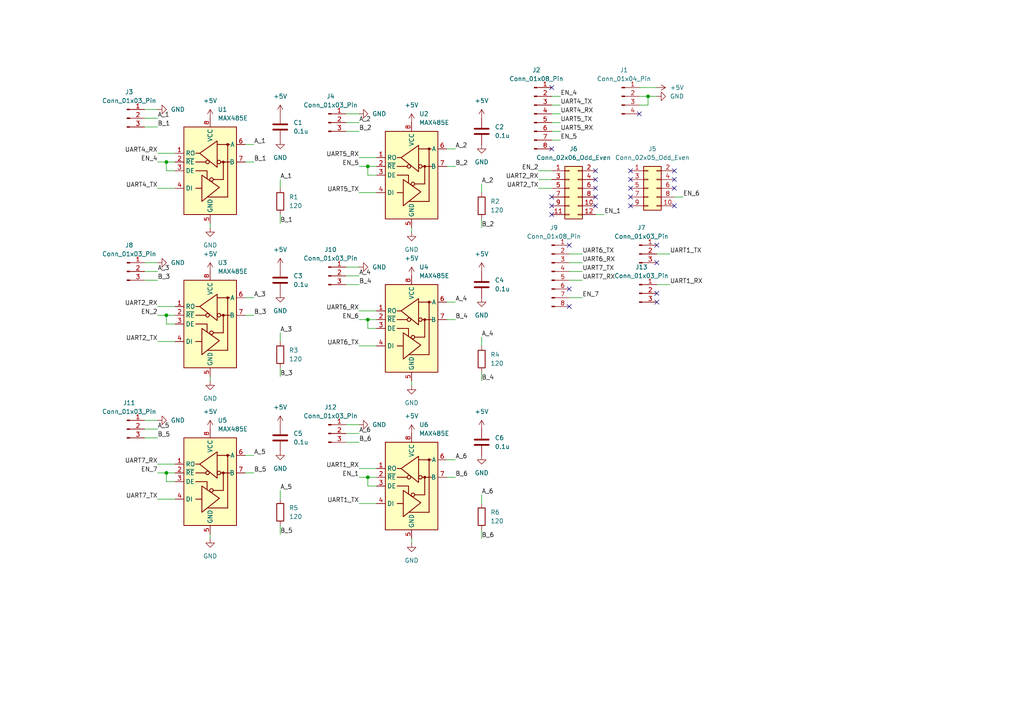
<source format=kicad_sch>
(kicad_sch (version 20231120) (generator "eeschema") (generator_version "8.0")
  (paper "A4")
  (lib_symbols
    (symbol "Connector:Conn_01x03_Pin" (pin_names (offset 1.016) hide)
      (property "Reference" "J" (at 0 5.08 0))
      (property "Value" "Conn_01x03_Pin" (at 0 -5.08 0))
      (symbol "Conn_01x03_Pin_1_1"
        (polyline (pts (xy 1.27 -2.54) (xy 0.8636 -2.54)) (stroke (width 0.1524)))
        (polyline (pts (xy 1.27 0) (xy 0.8636 0)) (stroke (width 0.1524)))
        (polyline (pts (xy 1.27 2.54) (xy 0.8636 2.54)) (stroke (width 0.1524)))
        (rectangle (start 0.8636 -2.413) (end 0 -2.667) (stroke (width 0.1524)) (fill (type outline)))
        (rectangle (start 0.8636 0.127) (end 0 -0.127) (stroke (width 0.1524)) (fill (type outline)))
        (rectangle (start 0.8636 2.667) (end 0 2.413) (stroke (width 0.1524)) (fill (type outline)))
        (pin passive line (at 5.08 2.54 180) (length 3.81) (name "Pin_1") (number "1"))
        (pin passive line (at 5.08 0 180) (length 3.81) (name "Pin_2") (number "2"))
        (pin passive line (at 5.08 -2.54 180) (length 3.81) (name "Pin_3") (number "3"))
      )
    )
    (symbol "Connector:Conn_01x04_Pin" (pin_names (offset 1.016) hide)
      (property "Reference" "J" (at 0 5.08 0))
      (property "Value" "Conn_01x04_Pin" (at 0 -7.62 0))
      (symbol "Conn_01x04_Pin_1_1"
        (polyline (pts (xy 1.27 -5.08) (xy 0.8636 -5.08)) (stroke (width 0.1524)))
        (polyline (pts (xy 1.27 -2.54) (xy 0.8636 -2.54)) (stroke (width 0.1524)))
        (polyline (pts (xy 1.27 0) (xy 0.8636 0)) (stroke (width 0.1524)))
        (polyline (pts (xy 1.27 2.54) (xy 0.8636 2.54)) (stroke (width 0.1524)))
        (rectangle (start 0.8636 -4.953) (end 0 -5.207) (stroke (width 0.1524)) (fill (type outline)))
        (rectangle (start 0.8636 -2.413) (end 0 -2.667) (stroke (width 0.1524)) (fill (type outline)))
        (rectangle (start 0.8636 0.127) (end 0 -0.127) (stroke (width 0.1524)) (fill (type outline)))
        (rectangle (start 0.8636 2.667) (end 0 2.413) (stroke (width 0.1524)) (fill (type outline)))
        (pin passive line (at 5.08 2.54 180) (length 3.81) (name "Pin_1") (number "1"))
        (pin passive line (at 5.08 0 180) (length 3.81) (name "Pin_2") (number "2"))
        (pin passive line (at 5.08 -2.54 180) (length 3.81) (name "Pin_3") (number "3"))
        (pin passive line (at 5.08 -5.08 180) (length 3.81) (name "Pin_4") (number "4"))
      )
    )
    (symbol "Connector:Conn_01x08_Pin" (pin_names (offset 1.016) hide)
      (property "Reference" "J" (at 0 10.16 0))
      (property "Value" "Conn_01x08_Pin" (at 0 -12.7 0))
      (symbol "Conn_01x08_Pin_1_1"
        (polyline (pts (xy 1.27 -10.16) (xy 0.8636 -10.16)) (stroke (width 0.1524)))
        (polyline (pts (xy 1.27 -7.62) (xy 0.8636 -7.62)) (stroke (width 0.1524)))
        (polyline (pts (xy 1.27 -5.08) (xy 0.8636 -5.08)) (stroke (width 0.1524)))
        (polyline (pts (xy 1.27 -2.54) (xy 0.8636 -2.54)) (stroke (width 0.1524)))
        (polyline (pts (xy 1.27 0) (xy 0.8636 0)) (stroke (width 0.1524)))
        (polyline (pts (xy 1.27 2.54) (xy 0.8636 2.54)) (stroke (width 0.1524)))
        (polyline (pts (xy 1.27 5.08) (xy 0.8636 5.08)) (stroke (width 0.1524)))
        (polyline (pts (xy 1.27 7.62) (xy 0.8636 7.62)) (stroke (width 0.1524)))
        (rectangle (start 0.8636 -10.033) (end 0 -10.287) (stroke (width 0.1524)) (fill (type outline)))
        (rectangle (start 0.8636 -7.493) (end 0 -7.747) (stroke (width 0.1524)) (fill (type outline)))
        (rectangle (start 0.8636 -4.953) (end 0 -5.207) (stroke (width 0.1524)) (fill (type outline)))
        (rectangle (start 0.8636 -2.413) (end 0 -2.667) (stroke (width 0.1524)) (fill (type outline)))
        (rectangle (start 0.8636 0.127) (end 0 -0.127) (stroke (width 0.1524)) (fill (type outline)))
        (rectangle (start 0.8636 2.667) (end 0 2.413) (stroke (width 0.1524)) (fill (type outline)))
        (rectangle (start 0.8636 5.207) (end 0 4.953) (stroke (width 0.1524)) (fill (type outline)))
        (rectangle (start 0.8636 7.747) (end 0 7.493) (stroke (width 0.1524)) (fill (type outline)))
        (pin passive line (at 5.08 7.62 180) (length 3.81) (name "Pin_1") (number "1"))
        (pin passive line (at 5.08 5.08 180) (length 3.81) (name "Pin_2") (number "2"))
        (pin passive line (at 5.08 2.54 180) (length 3.81) (name "Pin_3") (number "3"))
        (pin passive line (at 5.08 0 180) (length 3.81) (name "Pin_4") (number "4"))
        (pin passive line (at 5.08 -2.54 180) (length 3.81) (name "Pin_5") (number "5"))
        (pin passive line (at 5.08 -5.08 180) (length 3.81) (name "Pin_6") (number "6"))
        (pin passive line (at 5.08 -7.62 180) (length 3.81) (name "Pin_7") (number "7"))
        (pin passive line (at 5.08 -10.16 180) (length 3.81) (name "Pin_8") (number "8"))
      )
    )
    (symbol "Connector_Generic:Conn_02x05_Odd_Even" (pin_names (offset 1.016) hide)
      (property "Reference" "J" (at 1.27 7.62 0))
      (property "Value" "Conn_02x05_Odd_Even" (at 1.27 -7.62 0))
      (symbol "Conn_02x05_Odd_Even_1_1"
        (rectangle (start -1.27 -4.953) (end 0 -5.207) (stroke (width 0.1524)))
        (rectangle (start -1.27 -2.413) (end 0 -2.667) (stroke (width 0.1524)))
        (rectangle (start -1.27 0.127) (end 0 -0.127) (stroke (width 0.1524)))
        (rectangle (start -1.27 2.667) (end 0 2.413) (stroke (width 0.1524)))
        (rectangle (start -1.27 5.207) (end 0 4.953) (stroke (width 0.1524)))
        (rectangle (start -1.27 6.35) (end 3.81 -6.35) (stroke (width 0.254)) (fill (type background)))
        (rectangle (start 3.81 -4.953) (end 2.54 -5.207) (stroke (width 0.1524)))
        (rectangle (start 3.81 -2.413) (end 2.54 -2.667) (stroke (width 0.1524)))
        (rectangle (start 3.81 0.127) (end 2.54 -0.127) (stroke (width 0.1524)))
        (rectangle (start 3.81 2.667) (end 2.54 2.413) (stroke (width 0.1524)))
        (rectangle (start 3.81 5.207) (end 2.54 4.953) (stroke (width 0.1524)))
        (pin passive line (at -5.08 5.08 0) (length 3.81) (name "Pin_1") (number "1"))
        (pin passive line (at 7.62 -5.08 180) (length 3.81) (name "Pin_10") (number "10"))
        (pin passive line (at 7.62 5.08 180) (length 3.81) (name "Pin_2") (number "2"))
        (pin passive line (at -5.08 2.54 0) (length 3.81) (name "Pin_3") (number "3"))
        (pin passive line (at 7.62 2.54 180) (length 3.81) (name "Pin_4") (number "4"))
        (pin passive line (at -5.08 0 0) (length 3.81) (name "Pin_5") (number "5"))
        (pin passive line (at 7.62 0 180) (length 3.81) (name "Pin_6") (number "6"))
        (pin passive line (at -5.08 -2.54 0) (length 3.81) (name "Pin_7") (number "7"))
        (pin passive line (at 7.62 -2.54 180) (length 3.81) (name "Pin_8") (number "8"))
        (pin passive line (at -5.08 -5.08 0) (length 3.81) (name "Pin_9") (number "9"))
      )
    )
    (symbol "Connector_Generic:Conn_02x06_Odd_Even" (pin_names (offset 1.016) hide)
      (property "Reference" "J" (at 1.27 7.62 0))
      (property "Value" "Conn_02x06_Odd_Even" (at 1.27 -10.16 0))
      (symbol "Conn_02x06_Odd_Even_1_1"
        (rectangle (start -1.27 -7.493) (end 0 -7.747) (stroke (width 0.1524)))
        (rectangle (start -1.27 -4.953) (end 0 -5.207) (stroke (width 0.1524)))
        (rectangle (start -1.27 -2.413) (end 0 -2.667) (stroke (width 0.1524)))
        (rectangle (start -1.27 0.127) (end 0 -0.127) (stroke (width 0.1524)))
        (rectangle (start -1.27 2.667) (end 0 2.413) (stroke (width 0.1524)))
        (rectangle (start -1.27 5.207) (end 0 4.953) (stroke (width 0.1524)))
        (rectangle (start -1.27 6.35) (end 3.81 -8.89) (stroke (width 0.254)) (fill (type background)))
        (rectangle (start 3.81 -7.493) (end 2.54 -7.747) (stroke (width 0.1524)))
        (rectangle (start 3.81 -4.953) (end 2.54 -5.207) (stroke (width 0.1524)))
        (rectangle (start 3.81 -2.413) (end 2.54 -2.667) (stroke (width 0.1524)))
        (rectangle (start 3.81 0.127) (end 2.54 -0.127) (stroke (width 0.1524)))
        (rectangle (start 3.81 2.667) (end 2.54 2.413) (stroke (width 0.1524)))
        (rectangle (start 3.81 5.207) (end 2.54 4.953) (stroke (width 0.1524)))
        (pin passive line (at -5.08 5.08 0) (length 3.81) (name "Pin_1") (number "1"))
        (pin passive line (at 7.62 -5.08 180) (length 3.81) (name "Pin_10") (number "10"))
        (pin passive line (at -5.08 -7.62 0) (length 3.81) (name "Pin_11") (number "11"))
        (pin passive line (at 7.62 -7.62 180) (length 3.81) (name "Pin_12") (number "12"))
        (pin passive line (at 7.62 5.08 180) (length 3.81) (name "Pin_2") (number "2"))
        (pin passive line (at -5.08 2.54 0) (length 3.81) (name "Pin_3") (number "3"))
        (pin passive line (at 7.62 2.54 180) (length 3.81) (name "Pin_4") (number "4"))
        (pin passive line (at -5.08 0 0) (length 3.81) (name "Pin_5") (number "5"))
        (pin passive line (at 7.62 0 180) (length 3.81) (name "Pin_6") (number "6"))
        (pin passive line (at -5.08 -2.54 0) (length 3.81) (name "Pin_7") (number "7"))
        (pin passive line (at 7.62 -2.54 180) (length 3.81) (name "Pin_8") (number "8"))
        (pin passive line (at -5.08 -5.08 0) (length 3.81) (name "Pin_9") (number "9"))
      )
    )
    (symbol "Device:C" (pin_numbers hide) (pin_names (offset 0.254))
      (property "Reference" "C" (at 0.635 2.54 0))
      (property "Value" "C" (at 0.635 -2.54 0))
      (symbol "C_0_1"
        (polyline (pts (xy -2.032 -0.762) (xy 2.032 -0.762)) (stroke (width 0.508)))
        (polyline (pts (xy -2.032 0.762) (xy 2.032 0.762)) (stroke (width 0.508)))
      )
      (symbol "C_1_1"
        (pin passive line (at 0 3.81 270) (length 2.794) (name "~") (number "1"))
        (pin passive line (at 0 -3.81 90) (length 2.794) (name "~") (number "2"))
      )
    )
    (symbol "Device:R" (pin_numbers hide) (pin_names (offset 0))
      (property "Reference" "R" (at 2.032 0 90))
      (property "Value" "R" (at 0 0 90))
      (symbol "R_0_1"
        (rectangle (start -1.016 -2.54) (end 1.016 2.54) (stroke (width 0.254)))
      )
      (symbol "R_1_1"
        (pin passive line (at 0 3.81 270) (length 1.27) (name "~") (number "1"))
        (pin passive line (at 0 -3.81 90) (length 1.27) (name "~") (number "2"))
      )
    )
    (symbol "Interface_UART:MAX485E"
      (property "Reference" "U" (at -6.985 13.97 0))
      (property "Value" "MAX485E" (at 1.905 13.97 0))
      (symbol "MAX485E_0_1"
        (rectangle (start -7.62 12.7) (end 7.62 -12.7) (stroke (width 0.254)) (fill (type background)))
        (polyline (pts (xy -4.191 2.54) (xy -1.27 2.54)) (stroke (width 0.254)))
        (polyline (pts (xy -2.54 -5.08) (xy -4.191 -5.08)) (stroke (width 0.254)))
        (polyline (pts (xy -0.635 -7.62) (xy 5.08 -7.62)) (stroke (width 0.254)))
        (polyline (pts (xy 0.889 -2.54) (xy 3.81 -2.54)) (stroke (width 0.254)))
        (polyline (pts (xy 2.032 7.62) (xy 5.715 7.62)) (stroke (width 0.254)))
        (polyline (pts (xy 3.048 2.54) (xy 5.715 2.54)) (stroke (width 0.254)))
        (polyline (pts (xy 3.81 -2.54) (xy 3.81 2.54)) (stroke (width 0.254)))
        (polyline (pts (xy 5.08 -7.62) (xy 5.08 7.62)) (stroke (width 0.254)))
        (polyline (pts (xy -4.191 0) (xy -0.889 0) (xy -0.889 -2.286)) (stroke (width 0.254)))
        (polyline (pts (xy -3.175 5.08) (xy -4.191 5.08) (xy -4.064 5.08)) (stroke (width 0.254)))
        (polyline (pts (xy -2.413 -5.08) (xy -2.413 -1.27) (xy 2.667 -4.826) (xy -2.413 -8.89) (xy -2.413 -5.08)) (stroke (width 0.254)))
        (circle (center 0.381 -2.54) (radius 0.508) (stroke (width 0.254)))
        (circle (center 3.81 2.54) (radius 0.2794) (stroke (width 0.254)) (fill (type outline)))
      )
      (symbol "MAX485E_1_1"
        (circle (center -0.762 2.54) (radius 0.508) (stroke (width 0.254)))
        (polyline (pts (xy 2.032 4.826) (xy 2.032 8.636) (xy -3.048 5.08) (xy 2.032 1.016) (xy 2.032 4.826)) (stroke (width 0.254)))
        (circle (center 2.54 2.54) (radius 0.508) (stroke (width 0.254)))
        (circle (center 5.08 7.62) (radius 0.2794) (stroke (width 0.254)) (fill (type outline)))
        (pin output line (at -10.16 5.08 0) (length 2.54) (name "RO") (number "1"))
        (pin input line (at -10.16 2.54 0) (length 2.54) (name "~{RE}") (number "2"))
        (pin input line (at -10.16 0 0) (length 2.54) (name "DE") (number "3"))
        (pin input line (at -10.16 -5.08 0) (length 2.54) (name "DI") (number "4"))
        (pin power_in line (at 0 -15.24 90) (length 2.54) (name "GND") (number "5"))
        (pin bidirectional line (at 10.16 7.62 180) (length 2.54) (name "A") (number "6"))
        (pin bidirectional line (at 10.16 2.54 180) (length 2.54) (name "B") (number "7"))
        (pin power_in line (at 0 15.24 270) (length 2.54) (name "VCC") (number "8"))
      )
    )
    (symbol "power:+5V" (power) (pin_numbers hide) (pin_names (offset 0) hide)
      (property "Value" "+5V" (at 0 3.556 0))
      (symbol "+5V_0_1"
        (polyline (pts (xy -0.762 1.27) (xy 0 2.54)))
        (polyline (pts (xy 0 0) (xy 0 2.54)))
        (polyline (pts (xy 0 2.54) (xy 0.762 1.27)))
      )
      (symbol "+5V_1_1"
        (pin power_in line (at 0 0 90) (length 0) (name "~") (number "1"))
      )
    )
    (symbol "power:GND" (power) (pin_numbers hide) (pin_names (offset 0) hide)
      (property "Value" "GND" (at 0 -3.81 0))
      (symbol "GND_0_1"
        (polyline (pts (xy 0 0) (xy 0 -1.27) (xy 1.27 -1.27) (xy 0 -2.54) (xy -1.27 -1.27) (xy 0 -1.27)))
      )
      (symbol "GND_1_1"
        (pin power_in line (at 0 0 270) (length 0) (name "~") (number "1"))
      )
    )
  )
  (junction (at 106.68 48.26))
  (junction (at 48.26 137.16))
  (junction (at 187.96 27.94))
  (junction (at 48.26 46.99))
  (junction (at 106.68 138.43))
  (junction (at 106.68 92.71))
  (junction (at 48.26 91.44))
  (no_connect (at 182.88 59.69))
  (no_connect (at 160.02 57.15))
  (no_connect (at 160.02 25.4))
  (no_connect (at 172.72 54.61))
  (no_connect (at 195.58 54.61))
  (no_connect (at 195.58 59.69))
  (no_connect (at 160.02 59.69))
  (no_connect (at 195.58 49.53))
  (no_connect (at 182.88 52.07))
  (no_connect (at 172.72 59.69))
  (no_connect (at 190.5 76.2))
  (no_connect (at 160.02 62.23))
  (no_connect (at 195.58 52.07))
  (no_connect (at 182.88 54.61))
  (no_connect (at 190.5 71.12))
  (no_connect (at 165.1 83.82))
  (no_connect (at 185.42 33.02))
  (no_connect (at 172.72 52.07))
  (no_connect (at 182.88 57.15))
  (no_connect (at 172.72 57.15))
  (no_connect (at 190.5 85.09))
  (no_connect (at 165.1 71.12))
  (no_connect (at 190.5 87.63))
  (no_connect (at 165.1 88.9))
  (no_connect (at 172.72 49.53))
  (no_connect (at 160.02 43.18))
  (no_connect (at 182.88 49.53))
  (wire (pts (xy 139.7 63.5) (xy 139.7 66.04)))
  (wire (pts (xy 45.72 137.16) (xy 48.26 137.16)))
  (wire (pts (xy 160.02 30.48) (xy 162.56 30.48)))
  (wire (pts (xy 156.21 54.61) (xy 160.02 54.61)))
  (wire (pts (xy 60.96 154.94) (xy 60.96 156.21)))
  (wire (pts (xy 104.14 45.72) (xy 109.22 45.72)))
  (wire (pts (xy 48.26 46.99) (xy 50.8 46.99)))
  (wire (pts (xy 41.91 31.75) (xy 45.72 31.75)))
  (wire (pts (xy 100.33 128.27) (xy 104.14 128.27)))
  (wire (pts (xy 109.22 95.25) (xy 106.68 95.25)))
  (wire (pts (xy 45.72 88.9) (xy 50.8 88.9)))
  (wire (pts (xy 165.1 81.28) (xy 168.91 81.28)))
  (wire (pts (xy 165.1 73.66) (xy 168.91 73.66)))
  (wire (pts (xy 71.12 86.36) (xy 73.66 86.36)))
  (wire (pts (xy 45.72 144.78) (xy 50.8 144.78)))
  (wire (pts (xy 139.7 153.67) (xy 139.7 156.21)))
  (wire (pts (xy 48.26 93.98) (xy 48.26 91.44)))
  (wire (pts (xy 129.54 138.43) (xy 132.08 138.43)))
  (wire (pts (xy 48.26 91.44) (xy 50.8 91.44)))
  (wire (pts (xy 100.33 82.55) (xy 104.14 82.55)))
  (wire (pts (xy 190.5 73.66) (xy 194.31 73.66)))
  (wire (pts (xy 45.72 46.99) (xy 48.26 46.99)))
  (wire (pts (xy 100.33 77.47) (xy 104.14 77.47)))
  (wire (pts (xy 41.91 124.46) (xy 45.72 124.46)))
  (wire (pts (xy 45.72 99.06) (xy 50.8 99.06)))
  (wire (pts (xy 106.68 50.8) (xy 106.68 48.26)))
  (wire (pts (xy 160.02 35.56) (xy 162.56 35.56)))
  (wire (pts (xy 41.91 78.74) (xy 45.72 78.74)))
  (wire (pts (xy 139.7 97.79) (xy 139.7 100.33)))
  (wire (pts (xy 71.12 91.44) (xy 73.66 91.44)))
  (wire (pts (xy 81.28 152.4) (xy 81.28 154.94)))
  (wire (pts (xy 119.38 156.21) (xy 119.38 157.48)))
  (wire (pts (xy 139.7 143.51) (xy 139.7 146.05)))
  (wire (pts (xy 119.38 66.04) (xy 119.38 67.31)))
  (wire (pts (xy 104.14 100.33) (xy 109.22 100.33)))
  (wire (pts (xy 81.28 96.52) (xy 81.28 99.06)))
  (wire (pts (xy 41.91 121.92) (xy 45.72 121.92)))
  (wire (pts (xy 41.91 34.29) (xy 45.72 34.29)))
  (wire (pts (xy 71.12 137.16) (xy 73.66 137.16)))
  (wire (pts (xy 104.14 92.71) (xy 106.68 92.71)))
  (wire (pts (xy 190.5 82.55) (xy 194.31 82.55)))
  (wire (pts (xy 129.54 92.71) (xy 132.08 92.71)))
  (wire (pts (xy 195.58 57.15) (xy 198.12 57.15)))
  (wire (pts (xy 185.42 25.4) (xy 190.5 25.4)))
  (wire (pts (xy 160.02 33.02) (xy 162.56 33.02)))
  (wire (pts (xy 60.96 109.22) (xy 60.96 110.49)))
  (wire (pts (xy 109.22 140.97) (xy 106.68 140.97)))
  (wire (pts (xy 129.54 133.35) (xy 132.08 133.35)))
  (wire (pts (xy 106.68 92.71) (xy 109.22 92.71)))
  (wire (pts (xy 104.14 135.89) (xy 109.22 135.89)))
  (wire (pts (xy 106.68 138.43) (xy 109.22 138.43)))
  (wire (pts (xy 104.14 48.26) (xy 106.68 48.26)))
  (wire (pts (xy 106.68 95.25) (xy 106.68 92.71)))
  (wire (pts (xy 119.38 110.49) (xy 119.38 111.76)))
  (wire (pts (xy 81.28 142.24) (xy 81.28 144.78)))
  (wire (pts (xy 41.91 36.83) (xy 45.72 36.83)))
  (wire (pts (xy 81.28 52.07) (xy 81.28 54.61)))
  (wire (pts (xy 156.21 52.07) (xy 160.02 52.07)))
  (wire (pts (xy 160.02 40.64) (xy 162.56 40.64)))
  (wire (pts (xy 50.8 93.98) (xy 48.26 93.98)))
  (wire (pts (xy 50.8 139.7) (xy 48.26 139.7)))
  (wire (pts (xy 100.33 35.56) (xy 104.14 35.56)))
  (wire (pts (xy 165.1 78.74) (xy 168.91 78.74)))
  (wire (pts (xy 104.14 138.43) (xy 106.68 138.43)))
  (wire (pts (xy 41.91 127) (xy 45.72 127)))
  (wire (pts (xy 45.72 134.62) (xy 50.8 134.62)))
  (wire (pts (xy 60.96 64.77) (xy 60.96 66.04)))
  (wire (pts (xy 45.72 91.44) (xy 48.26 91.44)))
  (wire (pts (xy 41.91 81.28) (xy 45.72 81.28)))
  (wire (pts (xy 48.26 139.7) (xy 48.26 137.16)))
  (wire (pts (xy 45.72 54.61) (xy 50.8 54.61)))
  (wire (pts (xy 165.1 86.36) (xy 168.91 86.36)))
  (wire (pts (xy 129.54 87.63) (xy 132.08 87.63)))
  (wire (pts (xy 100.33 125.73) (xy 104.14 125.73)))
  (wire (pts (xy 48.26 49.53) (xy 48.26 46.99)))
  (wire (pts (xy 100.33 80.01) (xy 104.14 80.01)))
  (wire (pts (xy 48.26 137.16) (xy 50.8 137.16)))
  (wire (pts (xy 185.42 30.48) (xy 187.96 30.48)))
  (wire (pts (xy 71.12 46.99) (xy 73.66 46.99)))
  (wire (pts (xy 81.28 62.23) (xy 81.28 64.77)))
  (wire (pts (xy 129.54 43.18) (xy 132.08 43.18)))
  (wire (pts (xy 109.22 50.8) (xy 106.68 50.8)))
  (wire (pts (xy 160.02 27.94) (xy 162.56 27.94)))
  (wire (pts (xy 71.12 132.08) (xy 73.66 132.08)))
  (wire (pts (xy 129.54 48.26) (xy 132.08 48.26)))
  (wire (pts (xy 104.14 90.17) (xy 109.22 90.17)))
  (wire (pts (xy 172.72 62.23) (xy 175.26 62.23)))
  (wire (pts (xy 104.14 146.05) (xy 109.22 146.05)))
  (wire (pts (xy 71.12 41.91) (xy 73.66 41.91)))
  (wire (pts (xy 106.68 48.26) (xy 109.22 48.26)))
  (wire (pts (xy 187.96 30.48) (xy 187.96 27.94)))
  (wire (pts (xy 41.91 76.2) (xy 45.72 76.2)))
  (wire (pts (xy 81.28 106.68) (xy 81.28 109.22)))
  (wire (pts (xy 139.7 53.34) (xy 139.7 55.88)))
  (wire (pts (xy 187.96 27.94) (xy 190.5 27.94)))
  (wire (pts (xy 104.14 55.88) (xy 109.22 55.88)))
  (wire (pts (xy 100.33 33.02) (xy 104.14 33.02)))
  (wire (pts (xy 160.02 38.1) (xy 162.56 38.1)))
  (wire (pts (xy 165.1 76.2) (xy 168.91 76.2)))
  (wire (pts (xy 50.8 49.53) (xy 48.26 49.53)))
  (wire (pts (xy 139.7 107.95) (xy 139.7 110.49)))
  (wire (pts (xy 45.72 44.45) (xy 50.8 44.45)))
  (wire (pts (xy 106.68 140.97) (xy 106.68 138.43)))
  (wire (pts (xy 156.21 49.53) (xy 160.02 49.53)))
  (wire (pts (xy 100.33 38.1) (xy 104.14 38.1)))
  (wire (pts (xy 185.42 27.94) (xy 187.96 27.94)))
  (wire (pts (xy 100.33 123.19) (xy 104.14 123.19)))
  (label "A_1" (at 81.28 52.07 0))
  (label "B_4" (at 139.7 110.49 0))
  (label "EN_7" (at 168.91 86.36 0))
  (label "A_3" (at 81.28 96.52 0))
  (label "A_2" (at 132.08 43.18 0))
  (label "UART5_TX" (at 162.56 35.56 0))
  (label "B_1" (at 81.28 64.77 0))
  (label "B_5" (at 81.28 154.94 0))
  (label "UART5_TX" (at 104.14 55.88 180))
  (label "B_2" (at 132.08 48.26 0))
  (label "A_3" (at 73.66 86.36 0))
  (label "UART5_RX" (at 162.56 38.1 0))
  (label "B_4" (at 104.14 82.55 0))
  (label "UART1_RX" (at 104.14 135.89 180))
  (label "EN_2" (at 156.21 49.53 180))
  (label "A_4" (at 132.08 87.63 0))
  (label "A_6" (at 132.08 133.35 0))
  (label "A_3" (at 45.72 78.74 0))
  (label "UART2_RX" (at 45.72 88.9 180))
  (label "A_5" (at 45.72 124.46 0))
  (label "A_1" (at 73.66 41.91 0))
  (label "A_6" (at 104.14 125.73 0))
  (label "A_5" (at 81.28 142.24 0))
  (label "B_1" (at 45.72 36.83 0))
  (label "EN_2" (at 45.72 91.44 180))
  (label "UART6_TX" (at 168.91 73.66 0))
  (label "UART2_TX" (at 156.21 54.61 180))
  (label "EN_1" (at 175.26 62.23 0))
  (label "A_5" (at 73.66 132.08 0))
  (label "UART4_TX" (at 162.56 30.48 0))
  (label "UART7_TX" (at 45.72 144.78 180))
  (label "B_3" (at 73.66 91.44 0))
  (label "UART1_TX" (at 104.14 146.05 180))
  (label "UART2_RX" (at 156.21 52.07 180))
  (label "A_1" (at 45.72 34.29 0))
  (label "EN_7" (at 45.72 137.16 180))
  (label "EN_1" (at 104.14 138.43 180))
  (label "UART2_TX" (at 45.72 99.06 180))
  (label "B_3" (at 45.72 81.28 0))
  (label "B_2" (at 139.7 66.04 0))
  (label "A_4" (at 104.14 80.01 0))
  (label "B_6" (at 139.7 156.21 0))
  (label "UART7_RX" (at 168.91 81.28 0))
  (label "EN_4" (at 45.72 46.99 180))
  (label "B_1" (at 73.66 46.99 0))
  (label "UART6_RX" (at 168.91 76.2 0))
  (label "UART6_TX" (at 104.14 100.33 180))
  (label "EN_5" (at 162.56 40.64 0))
  (label "A_6" (at 139.7 143.51 0))
  (label "UART4_RX" (at 45.72 44.45 180))
  (label "UART5_RX" (at 104.14 45.72 180))
  (label "B_6" (at 104.14 128.27 0))
  (label "EN_6" (at 198.12 57.15 0))
  (label "B_5" (at 45.72 127 0))
  (label "B_4" (at 132.08 92.71 0))
  (label "A_2" (at 139.7 53.34 0))
  (label "UART7_TX" (at 168.91 78.74 0))
  (label "B_3" (at 81.28 109.22 0))
  (label "B_2" (at 104.14 38.1 0))
  (label "EN_5" (at 104.14 48.26 180))
  (label "UART1_RX" (at 194.31 82.55 0))
  (label "EN_4" (at 162.56 27.94 0))
  (label "A_2" (at 104.14 35.56 0))
  (label "UART7_RX" (at 45.72 134.62 180))
  (label "UART6_RX" (at 104.14 90.17 180))
  (label "UART4_RX" (at 162.56 33.02 0))
  (label "UART1_TX" (at 194.31 73.66 0))
  (label "B_5" (at 73.66 137.16 0))
  (label "A_4" (at 139.7 97.79 0))
  (label "EN_6" (at 104.14 92.71 180))
  (label "UART4_TX" (at 45.72 54.61 180))
  (label "B_6" (at 132.08 138.43 0))
  (symbol (lib_id "power:GND") (at 60.96 156.21 0) (unit 1)
    (property "Reference" "#PWR32" (effects (hide yes)))
    (property "Value" "GND" (at 60.96 161.29 0))
    (property "Description" "Power symbol creates a global label with name \"GND\" , ground" (effects (hide yes)))
  )
  (symbol (lib_id "Device:R") (at 139.7 59.69 0) (unit 1)
    (property "Reference" "R2" (at 142.24 58.4199 0) (effects (justify left)))
    (property "Value" "120" (at 142.24 60.9599 0) (effects (justify left)))
    (property "Footprint" "Resistor_THT:R_Axial_DIN0207_L6.3mm_D2.5mm_P7.62mm_Horizontal" (effects (hide yes)))
    (property "Description" "Resistor" (effects (hide yes)))
  )
  (symbol (lib_id "Connector:Conn_01x03_Pin") (at 95.25 80.01 0) (unit 1)
    (property "Reference" "J10" (at 95.885 72.39 0))
    (property "Value" "Conn_01x03_Pin" (at 95.885 74.93 0))
    (property "Footprint" "Connector_JST:JST_XH_B3B-XH-AM_1x03_P2.50mm_Vertical" (effects (hide yes)))
    (property "Description" "Generic connector, single row, 01x03, script generated" (effects (hide yes)))
  )
  (symbol (lib_id "Connector:Conn_01x03_Pin") (at 185.42 85.09 0) (unit 1)
    (property "Reference" "J13" (at 186.055 77.47 0))
    (property "Value" "Conn_01x03_Pin" (at 186.055 80.01 0))
    (property "Footprint" "Connector_PinSocket_2.54mm:PinSocket_1x03_P2.54mm_Vertical" (effects (hide yes)))
    (property "Description" "Generic connector, single row, 01x03, script generated" (effects (hide yes)))
  )
  (symbol (lib_id "Connector:Conn_01x03_Pin") (at 36.83 124.46 0) (unit 1)
    (property "Reference" "J11" (at 37.465 116.84 0))
    (property "Value" "Conn_01x03_Pin" (at 37.465 119.38 0))
    (property "Footprint" "Connector_JST:JST_XH_B3B-XH-AM_1x03_P2.50mm_Vertical" (effects (hide yes)))
    (property "Description" "Generic connector, single row, 01x03, script generated" (effects (hide yes)))
  )
  (symbol (lib_id "power:GND") (at 81.28 40.64 0) (unit 1)
    (property "Reference" "#PWR9" (effects (hide yes)))
    (property "Value" "GND" (at 81.28 45.72 0))
    (property "Description" "Power symbol creates a global label with name \"GND\" , ground" (effects (hide yes)))
  )
  (symbol (lib_id "power:GND") (at 139.7 132.08 0) (unit 1)
    (property "Reference" "#PWR31" (effects (hide yes)))
    (property "Value" "GND" (at 139.7 137.16 0))
    (property "Description" "Power symbol creates a global label with name \"GND\" , ground" (effects (hide yes)))
  )
  (symbol (lib_id "power:+5V") (at 60.96 124.46 0) (unit 1)
    (property "Reference" "#PWR27" (effects (hide yes)))
    (property "Value" "+5V" (at 60.96 119.38 0))
    (property "Description" "Power symbol creates a global label with name \"+5V\"" (effects (hide yes)))
  )
  (symbol (lib_id "power:GND") (at 104.14 123.19 90) (unit 1)
    (property "Reference" "#PWR26" (effects (hide yes)))
    (property "Value" "GND" (at 107.95 123.1899 90) (effects (justify right)))
    (property "Description" "Power symbol creates a global label with name \"GND\" , ground" (effects (hide yes)))
  )
  (symbol (lib_id "power:+5V") (at 119.38 125.73 0) (unit 1)
    (property "Reference" "#PWR29" (effects (hide yes)))
    (property "Value" "+5V" (at 119.38 120.65 0))
    (property "Description" "Power symbol creates a global label with name \"+5V\"" (effects (hide yes)))
  )
  (symbol (lib_id "Device:R") (at 139.7 149.86 0) (unit 1)
    (property "Reference" "R6" (at 142.24 148.5899 0) (effects (justify left)))
    (property "Value" "120" (at 142.24 151.1299 0) (effects (justify left)))
    (property "Footprint" "Resistor_THT:R_Axial_DIN0207_L6.3mm_D2.5mm_P7.62mm_Horizontal" (effects (hide yes)))
    (property "Description" "Resistor" (effects (hide yes)))
  )
  (symbol (lib_id "Interface_UART:MAX485E") (at 60.96 93.98 0) (unit 1)
    (property "Reference" "U3" (at 63.1541 76.2 0) (effects (justify left)))
    (property "Value" "MAX485E" (at 63.1541 78.74 0) (effects (justify left)))
    (property "Footprint" "Package_DIP:DIP-8_W7.62mm" (effects (hide yes)))
    (property "Datasheet" "https://datasheets.maximintegrated.com/en/ds/MAX1487E-MAX491E.pdf" (effects (hide yes)))
    (property "Description" "Half duplex RS-485/RS-422, 2.5 Mbps, ±15kV electro-static discharge (ESD) protection, no slew-rate, no low-power shutdown, with receiver/driver enable, 32 receiver drive capability, DIP-8 and SOIC-8" (effects (hide yes)))
  )
  (symbol (lib_id "power:+5V") (at 60.96 34.29 0) (unit 1)
    (property "Reference" "#PWR6" (effects (hide yes)))
    (property "Value" "+5V" (at 60.96 29.21 0))
    (property "Description" "Power symbol creates a global label with name \"+5V\"" (effects (hide yes)))
  )
  (symbol (lib_id "Interface_UART:MAX485E") (at 119.38 50.8 0) (unit 1)
    (property "Reference" "U2" (at 121.5741 33.02 0) (effects (justify left)))
    (property "Value" "MAX485E" (at 121.5741 35.56 0) (effects (justify left)))
    (property "Footprint" "Package_DIP:DIP-8_W7.62mm" (effects (hide yes)))
    (property "Datasheet" "https://datasheets.maximintegrated.com/en/ds/MAX1487E-MAX491E.pdf" (effects (hide yes)))
    (property "Description" "Half duplex RS-485/RS-422, 2.5 Mbps, ±15kV electro-static discharge (ESD) protection, no slew-rate, no low-power shutdown, with receiver/driver enable, 32 receiver drive capability, DIP-8 and SOIC-8" (effects (hide yes)))
  )
  (symbol (lib_id "Device:R") (at 81.28 148.59 0) (unit 1)
    (property "Reference" "R5" (at 83.82 147.3199 0) (effects (justify left)))
    (property "Value" "120" (at 83.82 149.8599 0) (effects (justify left)))
    (property "Footprint" "Resistor_THT:R_Axial_DIN0207_L6.3mm_D2.5mm_P7.62mm_Horizontal" (effects (hide yes)))
    (property "Description" "Resistor" (effects (hide yes)))
  )
  (symbol (lib_id "Connector:Conn_01x03_Pin") (at 36.83 78.74 0) (unit 1)
    (property "Reference" "J8" (at 37.465 71.12 0))
    (property "Value" "Conn_01x03_Pin" (at 37.465 73.66 0))
    (property "Footprint" "Connector_JST:JST_XH_B3B-XH-AM_1x03_P2.50mm_Vertical" (effects (hide yes)))
    (property "Description" "Generic connector, single row, 01x03, script generated" (effects (hide yes)))
  )
  (symbol (lib_id "Interface_UART:MAX485E") (at 119.38 140.97 0) (unit 1)
    (property "Reference" "U6" (at 121.5741 123.19 0) (effects (justify left)))
    (property "Value" "MAX485E" (at 121.5741 125.73 0) (effects (justify left)))
    (property "Footprint" "Package_DIP:DIP-8_W7.62mm" (effects (hide yes)))
    (property "Datasheet" "https://datasheets.maximintegrated.com/en/ds/MAX1487E-MAX491E.pdf" (effects (hide yes)))
    (property "Description" "Half duplex RS-485/RS-422, 2.5 Mbps, ±15kV electro-static discharge (ESD) protection, no slew-rate, no low-power shutdown, with receiver/driver enable, 32 receiver drive capability, DIP-8 and SOIC-8" (effects (hide yes)))
  )
  (symbol (lib_id "power:GND") (at 104.14 33.02 90) (unit 1)
    (property "Reference" "#PWR5" (effects (hide yes)))
    (property "Value" "GND" (at 107.95 33.0199 90) (effects (justify right)))
    (property "Description" "Power symbol creates a global label with name \"GND\" , ground" (effects (hide yes)))
  )
  (symbol (lib_id "Device:R") (at 81.28 102.87 0) (unit 1)
    (property "Reference" "R3" (at 83.82 101.5999 0) (effects (justify left)))
    (property "Value" "120" (at 83.82 104.1399 0) (effects (justify left)))
    (property "Footprint" "Resistor_THT:R_Axial_DIN0207_L6.3mm_D2.5mm_P7.62mm_Horizontal" (effects (hide yes)))
    (property "Description" "Resistor" (effects (hide yes)))
  )
  (symbol (lib_id "Connector:Conn_01x03_Pin") (at 95.25 35.56 0) (unit 1)
    (property "Reference" "J4" (at 95.885 27.94 0))
    (property "Value" "Conn_01x03_Pin" (at 95.885 30.48 0))
    (property "Footprint" "Connector_JST:JST_XH_B3B-XH-AM_1x03_P2.50mm_Vertical" (effects (hide yes)))
    (property "Description" "Generic connector, single row, 01x03, script generated" (effects (hide yes)))
  )
  (symbol (lib_id "power:GND") (at 190.5 27.94 90) (unit 1)
    (property "Reference" "#PWR2" (effects (hide yes)))
    (property "Value" "GND" (at 194.31 27.9399 90) (effects (justify right)))
    (property "Description" "Power symbol creates a global label with name \"GND\" , ground" (effects (hide yes)))
  )
  (symbol (lib_id "Device:C") (at 81.28 127 0) (unit 1)
    (property "Reference" "C5" (at 85.09 125.7299 0) (effects (justify left)))
    (property "Value" "0.1u" (at 85.09 128.2699 0) (effects (justify left)))
    (property "Footprint" "Capacitor_THT:C_Disc_D3.0mm_W1.6mm_P2.50mm" (effects (hide yes)))
    (property "Description" "Unpolarized capacitor" (effects (hide yes)))
  )
  (symbol (lib_id "power:GND") (at 139.7 86.36 0) (unit 1)
    (property "Reference" "#PWR21" (effects (hide yes)))
    (property "Value" "GND" (at 139.7 91.44 0))
    (property "Description" "Power symbol creates a global label with name \"GND\" , ground" (effects (hide yes)))
  )
  (symbol (lib_id "power:GND") (at 81.28 85.09 0) (unit 1)
    (property "Reference" "#PWR20" (effects (hide yes)))
    (property "Value" "GND" (at 81.28 90.17 0))
    (property "Description" "Power symbol creates a global label with name \"GND\" , ground" (effects (hide yes)))
  )
  (symbol (lib_id "Connector:Conn_01x08_Pin") (at 154.94 33.02 0) (unit 1)
    (property "Reference" "J2" (at 155.575 20.32 0))
    (property "Value" "Conn_01x08_Pin" (at 155.575 22.86 0))
    (property "Footprint" "Connector_PinSocket_2.54mm:PinSocket_1x08_P2.54mm_Vertical" (effects (hide yes)))
    (property "Description" "Generic connector, single row, 01x08, script generated" (effects (hide yes)))
  )
  (symbol (lib_id "Connector:Conn_01x03_Pin") (at 36.83 34.29 0) (unit 1)
    (property "Reference" "J3" (at 37.465 26.67 0))
    (property "Value" "Conn_01x03_Pin" (at 37.465 29.21 0))
    (property "Footprint" "Connector_JST:JST_XH_B3B-XH-AM_1x03_P2.50mm_Vertical" (effects (hide yes)))
    (property "Description" "Generic connector, single row, 01x03, script generated" (effects (hide yes)))
  )
  (symbol (lib_id "power:GND") (at 45.72 31.75 90) (unit 1)
    (property "Reference" "#PWR3" (effects (hide yes)))
    (property "Value" "GND" (at 49.53 31.7499 90) (effects (justify right)))
    (property "Description" "Power symbol creates a global label with name \"GND\" , ground" (effects (hide yes)))
  )
  (symbol (lib_id "power:+5V") (at 139.7 78.74 0) (unit 1)
    (property "Reference" "#PWR17" (effects (hide yes)))
    (property "Value" "+5V" (at 139.7 73.66 0))
    (property "Description" "Power symbol creates a global label with name \"+5V\"" (effects (hide yes)))
  )
  (symbol (lib_id "Connector_Generic:Conn_02x05_Odd_Even") (at 187.96 54.61 0) (unit 1)
    (property "Reference" "J5" (at 189.23 43.18 0))
    (property "Value" "Conn_02x05_Odd_Even" (at 189.23 45.72 0))
    (property "Footprint" "Connector_PinSocket_2.54mm:PinSocket_2x05_P2.54mm_Vertical" (effects (hide yes)))
    (property "Description" "Generic connector, double row, 02x05, odd/even pin numbering scheme (row 1 odd numbers, row 2 even numbers), script generated (kicad-library-utils/schlib/autogen/connector/)" (effects (hide yes)))
  )
  (symbol (lib_id "power:GND") (at 119.38 157.48 0) (unit 1)
    (property "Reference" "#PWR33" (effects (hide yes)))
    (property "Value" "GND" (at 119.38 162.56 0))
    (property "Description" "Power symbol creates a global label with name \"GND\" , ground" (effects (hide yes)))
  )
  (symbol (lib_id "power:GND") (at 119.38 67.31 0) (unit 1)
    (property "Reference" "#PWR12" (effects (hide yes)))
    (property "Value" "GND" (at 119.38 72.39 0))
    (property "Description" "Power symbol creates a global label with name \"GND\" , ground" (effects (hide yes)))
  )
  (symbol (lib_id "power:+5V") (at 119.38 35.56 0) (unit 1)
    (property "Reference" "#PWR8" (effects (hide yes)))
    (property "Value" "+5V" (at 119.38 30.48 0))
    (property "Description" "Power symbol creates a global label with name \"+5V\"" (effects (hide yes)))
  )
  (symbol (lib_id "power:+5V") (at 139.7 124.46 0) (unit 1)
    (property "Reference" "#PWR28" (effects (hide yes)))
    (property "Value" "+5V" (at 139.7 119.38 0))
    (property "Description" "Power symbol creates a global label with name \"+5V\"" (effects (hide yes)))
  )
  (symbol (lib_id "power:GND") (at 45.72 76.2 90) (unit 1)
    (property "Reference" "#PWR13" (effects (hide yes)))
    (property "Value" "GND" (at 49.53 76.1999 90) (effects (justify right)))
    (property "Description" "Power symbol creates a global label with name \"GND\" , ground" (effects (hide yes)))
  )
  (symbol (lib_id "Device:C") (at 139.7 128.27 0) (unit 1)
    (property "Reference" "C6" (at 143.51 126.9999 0) (effects (justify left)))
    (property "Value" "0.1u" (at 143.51 129.5399 0) (effects (justify left)))
    (property "Footprint" "Capacitor_THT:C_Disc_D3.0mm_W1.6mm_P2.50mm" (effects (hide yes)))
    (property "Description" "Unpolarized capacitor" (effects (hide yes)))
  )
  (symbol (lib_id "Connector:Conn_01x04_Pin") (at 180.34 27.94 0) (unit 1)
    (property "Reference" "J1" (at 180.975 20.32 0))
    (property "Value" "Conn_01x04_Pin" (at 180.975 22.86 0))
    (property "Footprint" "Connector_PinSocket_2.54mm:PinSocket_1x04_P2.54mm_Vertical" (effects (hide yes)))
    (property "Description" "Generic connector, single row, 01x04, script generated" (effects (hide yes)))
  )
  (symbol (lib_id "power:+5V") (at 81.28 33.02 0) (unit 1)
    (property "Reference" "#PWR4" (effects (hide yes)))
    (property "Value" "+5V" (at 81.28 27.94 0))
    (property "Description" "Power symbol creates a global label with name \"+5V\"" (effects (hide yes)))
  )
  (symbol (lib_id "power:+5V") (at 119.38 80.01 0) (unit 1)
    (property "Reference" "#PWR18" (effects (hide yes)))
    (property "Value" "+5V" (at 119.38 74.93 0))
    (property "Description" "Power symbol creates a global label with name \"+5V\"" (effects (hide yes)))
  )
  (symbol (lib_id "Connector:Conn_01x08_Pin") (at 160.02 78.74 0) (unit 1)
    (property "Reference" "J9" (at 160.655 66.04 0))
    (property "Value" "Conn_01x08_Pin" (at 160.655 68.58 0))
    (property "Footprint" "Connector_PinSocket_2.54mm:PinSocket_1x08_P2.54mm_Vertical" (effects (hide yes)))
    (property "Description" "Generic connector, single row, 01x08, script generated" (effects (hide yes)))
  )
  (symbol (lib_id "Connector:Conn_01x03_Pin") (at 95.25 125.73 0) (unit 1)
    (property "Reference" "J12" (at 95.885 118.11 0))
    (property "Value" "Conn_01x03_Pin" (at 95.885 120.65 0))
    (property "Footprint" "Connector_JST:JST_XH_B3B-XH-AM_1x03_P2.50mm_Vertical" (effects (hide yes)))
    (property "Description" "Generic connector, single row, 01x03, script generated" (effects (hide yes)))
  )
  (symbol (lib_id "power:GND") (at 104.14 77.47 90) (unit 1)
    (property "Reference" "#PWR15" (effects (hide yes)))
    (property "Value" "GND" (at 107.95 77.4699 90) (effects (justify right)))
    (property "Description" "Power symbol creates a global label with name \"GND\" , ground" (effects (hide yes)))
  )
  (symbol (lib_id "Interface_UART:MAX485E") (at 119.38 95.25 0) (unit 1)
    (property "Reference" "U4" (at 121.5741 77.47 0) (effects (justify left)))
    (property "Value" "MAX485E" (at 121.5741 80.01 0) (effects (justify left)))
    (property "Footprint" "Package_DIP:DIP-8_W7.62mm" (effects (hide yes)))
    (property "Datasheet" "https://datasheets.maximintegrated.com/en/ds/MAX1487E-MAX491E.pdf" (effects (hide yes)))
    (property "Description" "Half duplex RS-485/RS-422, 2.5 Mbps, ±15kV electro-static discharge (ESD) protection, no slew-rate, no low-power shutdown, with receiver/driver enable, 32 receiver drive capability, DIP-8 and SOIC-8" (effects (hide yes)))
  )
  (symbol (lib_id "power:+5V") (at 139.7 34.29 0) (unit 1)
    (property "Reference" "#PWR7" (effects (hide yes)))
    (property "Value" "+5V" (at 139.7 29.21 0))
    (property "Description" "Power symbol creates a global label with name \"+5V\"" (effects (hide yes)))
  )
  (symbol (lib_id "Device:C") (at 139.7 82.55 0) (unit 1)
    (property "Reference" "C4" (at 143.51 81.2799 0) (effects (justify left)))
    (property "Value" "0.1u" (at 143.51 83.8199 0) (effects (justify left)))
    (property "Footprint" "Capacitor_THT:C_Disc_D3.0mm_W1.6mm_P2.50mm" (effects (hide yes)))
    (property "Description" "Unpolarized capacitor" (effects (hide yes)))
  )
  (symbol (lib_id "power:+5V") (at 60.96 78.74 0) (unit 1)
    (property "Reference" "#PWR16" (effects (hide yes)))
    (property "Value" "+5V" (at 60.96 73.66 0))
    (property "Description" "Power symbol creates a global label with name \"+5V\"" (effects (hide yes)))
  )
  (symbol (lib_id "Device:C") (at 81.28 81.28 0) (unit 1)
    (property "Reference" "C3" (at 85.09 80.0099 0) (effects (justify left)))
    (property "Value" "0.1u" (at 85.09 82.5499 0) (effects (justify left)))
    (property "Footprint" "Capacitor_THT:C_Disc_D3.0mm_W1.6mm_P2.50mm" (effects (hide yes)))
    (property "Description" "Unpolarized capacitor" (effects (hide yes)))
  )
  (symbol (lib_id "power:+5V") (at 81.28 123.19 0) (unit 1)
    (property "Reference" "#PWR25" (effects (hide yes)))
    (property "Value" "+5V" (at 81.28 118.11 0))
    (property "Description" "Power symbol creates a global label with name \"+5V\"" (effects (hide yes)))
  )
  (symbol (lib_id "power:+5V") (at 190.5 25.4 270) (unit 1)
    (property "Reference" "#PWR1" (effects (hide yes)))
    (property "Value" "+5V" (at 194.31 25.3999 90) (effects (justify left)))
    (property "Description" "Power symbol creates a global label with name \"+5V\"" (effects (hide yes)))
  )
  (symbol (lib_id "Connector_Generic:Conn_02x06_Odd_Even") (at 165.1 54.61 0) (unit 1)
    (property "Reference" "J6" (at 166.37 43.18 0))
    (property "Value" "Conn_02x06_Odd_Even" (at 166.37 45.72 0))
    (property "Footprint" "Connector_PinSocket_2.54mm:PinSocket_2x06_P2.54mm_Vertical" (effects (hide yes)))
    (property "Description" "Generic connector, double row, 02x06, odd/even pin numbering scheme (row 1 odd numbers, row 2 even numbers), script generated (kicad-library-utils/schlib/autogen/connector/)" (effects (hide yes)))
  )
  (symbol (lib_id "Device:C") (at 81.28 36.83 0) (unit 1)
    (property "Reference" "C1" (at 85.09 35.5599 0) (effects (justify left)))
    (property "Value" "0.1u" (at 85.09 38.0999 0) (effects (justify left)))
    (property "Footprint" "Capacitor_THT:C_Disc_D3.0mm_W1.6mm_P2.50mm" (effects (hide yes)))
    (property "Description" "Unpolarized capacitor" (effects (hide yes)))
  )
  (symbol (lib_id "power:GND") (at 81.28 130.81 0) (unit 1)
    (property "Reference" "#PWR30" (effects (hide yes)))
    (property "Value" "GND" (at 81.28 135.89 0))
    (property "Description" "Power symbol creates a global label with name \"GND\" , ground" (effects (hide yes)))
  )
  (symbol (lib_id "power:GND") (at 60.96 66.04 0) (unit 1)
    (property "Reference" "#PWR11" (effects (hide yes)))
    (property "Value" "GND" (at 60.96 71.12 0))
    (property "Description" "Power symbol creates a global label with name \"GND\" , ground" (effects (hide yes)))
  )
  (symbol (lib_id "power:GND") (at 119.38 111.76 0) (unit 1)
    (property "Reference" "#PWR23" (effects (hide yes)))
    (property "Value" "GND" (at 119.38 116.84 0))
    (property "Description" "Power symbol creates a global label with name \"GND\" , ground" (effects (hide yes)))
  )
  (symbol (lib_id "power:+5V") (at 81.28 77.47 0) (unit 1)
    (property "Reference" "#PWR14" (effects (hide yes)))
    (property "Value" "+5V" (at 81.28 72.39 0))
    (property "Description" "Power symbol creates a global label with name \"+5V\"" (effects (hide yes)))
  )
  (symbol (lib_id "Connector:Conn_01x03_Pin") (at 185.42 73.66 0) (unit 1)
    (property "Reference" "J7" (at 186.055 66.04 0))
    (property "Value" "Conn_01x03_Pin" (at 186.055 68.58 0))
    (property "Footprint" "Connector_PinSocket_2.54mm:PinSocket_1x03_P2.54mm_Vertical" (effects (hide yes)))
    (property "Description" "Generic connector, single row, 01x03, script generated" (effects (hide yes)))
  )
  (symbol (lib_id "power:GND") (at 139.7 41.91 0) (unit 1)
    (property "Reference" "#PWR10" (effects (hide yes)))
    (property "Value" "GND" (at 139.7 46.99 0))
    (property "Description" "Power symbol creates a global label with name \"GND\" , ground" (effects (hide yes)))
  )
  (symbol (lib_id "Device:C") (at 139.7 38.1 0) (unit 1)
    (property "Reference" "C2" (at 143.51 36.8299 0) (effects (justify left)))
    (property "Value" "0.1u" (at 143.51 39.3699 0) (effects (justify left)))
    (property "Footprint" "Capacitor_THT:C_Disc_D3.0mm_W1.6mm_P2.50mm" (effects (hide yes)))
    (property "Description" "Unpolarized capacitor" (effects (hide yes)))
  )
  (symbol (lib_id "power:GND") (at 45.72 121.92 90) (unit 1)
    (property "Reference" "#PWR24" (effects (hide yes)))
    (property "Value" "GND" (at 49.53 121.9199 90) (effects (justify right)))
    (property "Description" "Power symbol creates a global label with name \"GND\" , ground" (effects (hide yes)))
  )
  (symbol (lib_id "power:GND") (at 60.96 110.49 0) (unit 1)
    (property "Reference" "#PWR22" (effects (hide yes)))
    (property "Value" "GND" (at 60.96 115.57 0))
    (property "Description" "Power symbol creates a global label with name \"GND\" , ground" (effects (hide yes)))
  )
  (symbol (lib_id "Device:R") (at 139.7 104.14 0) (unit 1)
    (property "Reference" "R4" (at 142.24 102.8699 0) (effects (justify left)))
    (property "Value" "120" (at 142.24 105.4099 0) (effects (justify left)))
    (property "Footprint" "Resistor_THT:R_Axial_DIN0207_L6.3mm_D2.5mm_P7.62mm_Horizontal" (effects (hide yes)))
    (property "Description" "Resistor" (effects (hide yes)))
  )
  (symbol (lib_id "Device:R") (at 81.28 58.42 0) (unit 1)
    (property "Reference" "R1" (at 83.82 57.1499 0) (effects (justify left)))
    (property "Value" "120" (at 83.82 59.6899 0) (effects (justify left)))
    (property "Footprint" "Resistor_THT:R_Axial_DIN0207_L6.3mm_D2.5mm_P7.62mm_Horizontal" (effects (hide yes)))
    (property "Description" "Resistor" (effects (hide yes)))
  )
  (symbol (lib_id "Interface_UART:MAX485E") (at 60.96 49.53 0) (unit 1)
    (property "Reference" "U1" (at 63.1541 31.75 0) (effects (justify left)))
    (property "Value" "MAX485E" (at 63.1541 34.29 0) (effects (justify left)))
    (property "Footprint" "Package_DIP:DIP-8_W7.62mm" (effects (hide yes)))
    (property "Datasheet" "https://datasheets.maximintegrated.com/en/ds/MAX1487E-MAX491E.pdf" (effects (hide yes)))
    (property "Description" "Half duplex RS-485/RS-422, 2.5 Mbps, ±15kV electro-static discharge (ESD) protection, no slew-rate, no low-power shutdown, with receiver/driver enable, 32 receiver drive capability, DIP-8 and SOIC-8" (effects (hide yes)))
  )
  (symbol (lib_id "Interface_UART:MAX485E") (at 60.96 139.7 0) (unit 1)
    (property "Reference" "U5" (at 63.1541 121.92 0) (effects (justify left)))
    (property "Value" "MAX485E" (at 63.1541 124.46 0) (effects (justify left)))
    (property "Footprint" "Package_DIP:DIP-8_W7.62mm" (effects (hide yes)))
    (property "Datasheet" "https://datasheets.maximintegrated.com/en/ds/MAX1487E-MAX491E.pdf" (effects (hide yes)))
    (property "Description" "Half duplex RS-485/RS-422, 2.5 Mbps, ±15kV electro-static discharge (ESD) protection, no slew-rate, no low-power shutdown, with receiver/driver enable, 32 receiver drive capability, DIP-8 and SOIC-8" (effects (hide yes)))
  )
)
</source>
